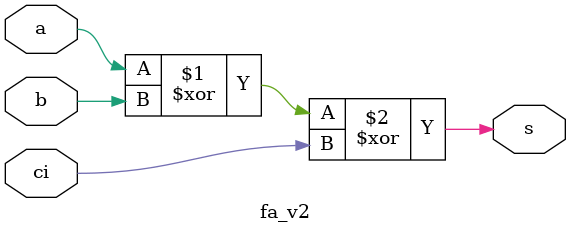
<source format=v>
module fa_v2 (a, b, ci, s);
input a, b, ci;
output s;

assign s=a^b^ci;


endmodule

</source>
